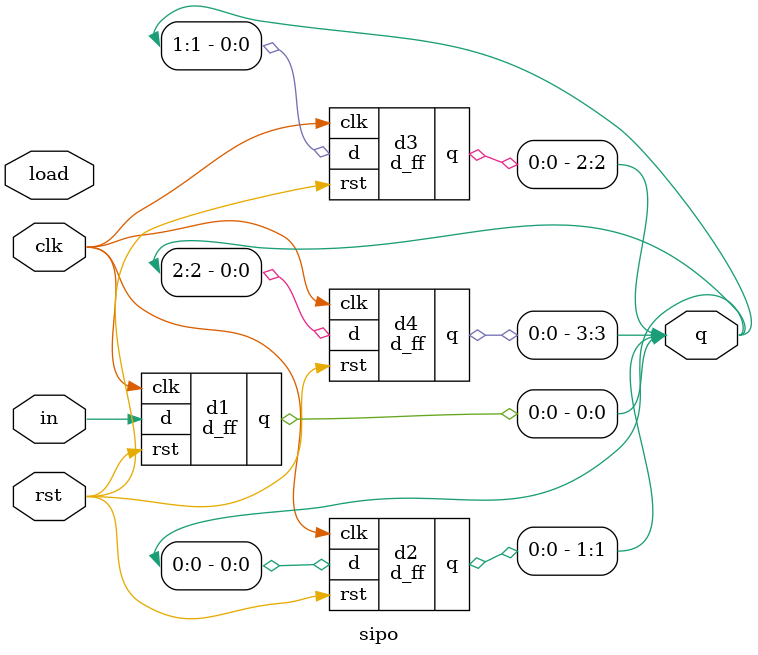
<source format=v>
module d_ff(
	input clk,rst,d,
	output reg q);
always@(posedge clk or negedge rst)
begin
	if(rst)
		q<=0;
	else 
		q<=d;
end
endmodule
module sipo(input clk,rst,load,
	input in,
	output [3:0]q);
  d_ff d1(.d(in),.clk(clk),.rst(rst),.q(q[0]));
  d_ff d2(.d(q[0]),.clk(clk),.rst(rst),.q(q[1]));
  d_ff d3(.d(q[1]),.clk(clk),.rst(rst),.q(q[2]));
  d_ff d4(.d(q[2]),.clk(clk),.rst(rst),.q(q[3]));


  endmodule

</source>
